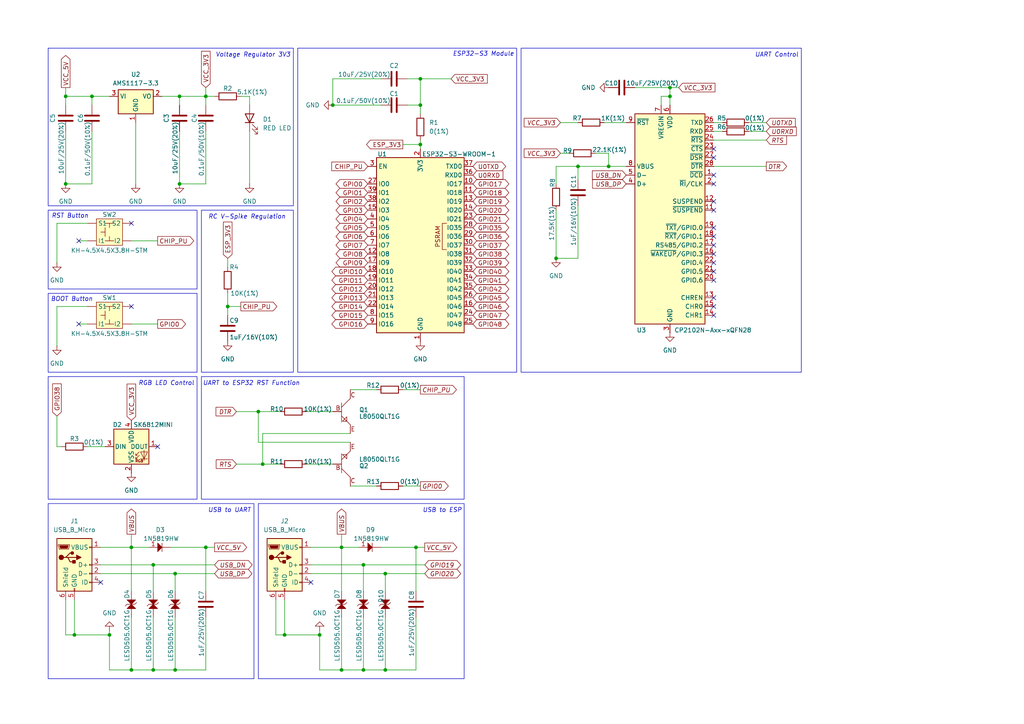
<source format=kicad_sch>
(kicad_sch (version 20231120) (generator "eeschema") (generator_version "8.0")
  (paper "A4")
  (lib_symbols
    (symbol "1N5819HW_2"
      (property "Reference" "D3" (at -1.778 3.81 0))
      (property "Value" "1N5819HW" (at -1.524 1.27 0))
      (symbol "1N5819HW_2_0_1"
        (polyline (pts (xy -1.27 0) (xy -1.27 -2.54)))
      )
      (symbol "1N5819HW_2_1_1"
        (polyline (pts (xy -1.27 -1.27) (xy -2.54 -2.54) (xy -2.54 0) (xy -1.27 -1.27)) (fill (type outline)))
        (pin passive line (at 1.27 -1.27 180) (length 2.54) (name "") (number ""))
        (pin passive line (at -5.08 -1.27 0) (length 2.54) (name "") (number "1"))
      )
    )
    (symbol "Connector:USB_B_Micro" (pin_names (offset 1.016))
      (property "Reference" "J" (at -5.08 11.43 0))
      (property "Value" "USB_B_Micro" (at -5.08 8.89 0))
      (symbol "USB_B_Micro_0_1"
        (rectangle (start -5.08 -7.62) (end 5.08 7.62) (stroke (width 0.254)) (fill (type background)))
        (circle (center -3.81 2.159) (radius 0.635) (stroke (width 0.254)) (fill (type outline)))
        (circle (center -0.635 3.429) (radius 0.381) (stroke (width 0.254)) (fill (type outline)))
        (rectangle (start -0.127 -7.62) (end 0.127 -6.858))
        (polyline (pts (xy -1.905 2.159) (xy 0.635 2.159)) (stroke (width 0.254)))
        (polyline (pts (xy -3.175 2.159) (xy -2.54 2.159) (xy -1.27 3.429) (xy -0.635 3.429)) (stroke (width 0.254)))
        (polyline (pts (xy -2.54 2.159) (xy -1.905 2.159) (xy -1.27 0.889) (xy 0 0.889)) (stroke (width 0.254)))
        (polyline (pts (xy 0.635 2.794) (xy 0.635 1.524) (xy 1.905 2.159) (xy 0.635 2.794)) (stroke (width 0.254)) (fill (type outline)))
        (polyline (pts (xy -4.318 5.588) (xy -1.778 5.588) (xy -2.032 4.826) (xy -4.064 4.826) (xy -4.318 5.588)) (fill (type outline)))
        (polyline (pts (xy -4.699 5.842) (xy -4.699 5.588) (xy -4.445 4.826) (xy -4.445 4.572) (xy -1.651 4.572) (xy -1.651 4.826) (xy -1.397 5.588) (xy -1.397 5.842) (xy -4.699 5.842)))
        (rectangle (start 0.254 1.27) (end -0.508 0.508) (stroke (width 0.254)) (fill (type outline)))
        (rectangle (start 5.08 -5.207) (end 4.318 -4.953))
        (rectangle (start 5.08 -2.667) (end 4.318 -2.413))
        (rectangle (start 5.08 -0.127) (end 4.318 0.127))
        (rectangle (start 5.08 4.953) (end 4.318 5.207))
      )
      (symbol "USB_B_Micro_1_1"
        (pin power_out line (at 7.62 5.08 180) (length 2.54) (name "VBUS") (number "1"))
        (pin bidirectional line (at 7.62 -2.54 180) (length 2.54) (name "D-") (number "2"))
        (pin bidirectional line (at 7.62 0 180) (length 2.54) (name "D+") (number "3"))
        (pin passive line (at 7.62 -5.08 180) (length 2.54) (name "ID") (number "4"))
        (pin power_out line (at 0 -10.16 90) (length 2.54) (name "GND") (number "5"))
        (pin passive line (at -2.54 -10.16 90) (length 2.54) (name "Shield") (number "6"))
      )
    )
    (symbol "Custom Symbols:KH-4.5X4.5X3.8H-STM"
      (property "Reference" "SW" (at 0 0 0))
      (symbol "KH-4.5X4.5X3.8H-STM_0_1"
        (polyline (pts (xy -1.27 -7.62) (xy 1.27 -7.62)))
        (polyline (pts (xy -1.27 -5.08) (xy -2.54 -5.08)))
        (polyline (pts (xy -1.27 -3.81) (xy -1.27 -6.35)))
        (polyline (pts (xy -1.27 -2.54) (xy 1.27 -2.54)))
        (polyline (pts (xy 0 -7.62) (xy 0 -6.35)))
        (polyline (pts (xy 0 -2.54) (xy 0 -3.81)))
      )
      (symbol "KH-4.5X4.5X3.8H-STM_1_1"
        (rectangle (start -3.81 -1.27) (end 3.81 -8.89) (fill (type background)))
        (pin bidirectional line (at -6.35 -7.62 0) (length 2.54) (name "I1") (number ""))
        (pin bidirectional line (at 6.35 -7.62 180) (length 2.54) (name "I2") (number ""))
        (pin bidirectional line (at -6.35 -2.54 0) (length 2.54) (name "S1") (number ""))
        (pin bidirectional line (at 6.35 -2.54 180) (length 2.54) (name "S2") (number ""))
      )
    )
    (symbol "Custom Symbols:L8050QLT1G"
      (property "Reference" "Q" (at -5.08 1.27 0))
      (property "Value" "L8050QLT1G" (at -6.35 -8.636 0))
      (symbol "L8050QLT1G_0_1"
        (polyline (pts (xy -2.54 -5.08) (xy 0 -7.62)))
        (polyline (pts (xy -2.54 -2.54) (xy 0 0)))
        (polyline (pts (xy -2.54 -1.27) (xy -2.54 -6.858)))
        (polyline (pts (xy -1.016 -6.604) (xy -2.286 -6.604) (xy -1.016 -5.334) (xy -1.016 -6.604)))
      )
      (symbol "L8050QLT1G_1_1"
        (text "B" (at -3.556 -2.794 0) (effects (font (size 1.27 1.27))))
        (text "C" (at 0.762 1.016 0) (effects (font (size 1.27 1.27))))
        (text "E" (at 0.762 -8.89 0) (effects (font (size 1.27 1.27))))
        (pin input line (at -5.08 -3.81 0) (length 2.54) (name "") (number ""))
        (pin output line (at 0 -10.16 90) (length 2.54) (name "") (number ""))
        (pin input line (at 0 2.54 270) (length 2.54) (name "") (number ""))
      )
    )
    (symbol "Custom Symbols:LESD5D5.0CT1G"
      (property "Reference" "D" (at 0 2.794 0))
      (property "Value" "LESD5D5.0CT1G" (at -0.254 -3.048 0))
      (symbol "LESD5D5.0CT1G_0_1"
        (polyline (pts (xy 0 0) (xy 0 -1.016) (xy 0.508 -1.524)))
        (polyline (pts (xy 0 0) (xy 0 1.27) (xy -0.508 1.778)))
      )
      (symbol "LESD5D5.0CT1G_1_1"
        (polyline (pts (xy 0 0) (xy -1.27 1.27) (xy -1.27 -1.27) (xy 0 0)) (fill (type outline)))
        (polyline (pts (xy 0 0) (xy 1.27 1.27) (xy 1.27 -1.27) (xy 0 0)) (fill (type outline)))
        (pin bidirectional line (at -3.81 0 0) (length 2.54) (name "") (number ""))
        (pin bidirectional line (at 3.81 0 180) (length 2.54) (name "") (number ""))
      )
    )
    (symbol "Device:C" (pin_numbers hide) (pin_names (offset 0.254))
      (property "Reference" "C" (at 0.635 2.54 0))
      (property "Value" "C" (at 0.635 -2.54 0))
      (symbol "C_0_1"
        (polyline (pts (xy -2.032 -0.762) (xy 2.032 -0.762)) (stroke (width 0.508)))
        (polyline (pts (xy -2.032 0.762) (xy 2.032 0.762)) (stroke (width 0.508)))
      )
      (symbol "C_1_1"
        (pin passive line (at 0 3.81 270) (length 2.794) (name "~") (number "1"))
        (pin passive line (at 0 -3.81 90) (length 2.794) (name "~") (number "2"))
      )
    )
    (symbol "Device:LED" (pin_numbers hide) (pin_names (offset 1.016) hide)
      (property "Reference" "D" (at 0 2.54 0))
      (property "Value" "LED" (at 0 -2.54 0))
      (symbol "LED_0_1"
        (polyline (pts (xy -1.27 -1.27) (xy -1.27 1.27)) (stroke (width 0.254)))
        (polyline (pts (xy -1.27 0) (xy 1.27 0)))
        (polyline (pts (xy 1.27 -1.27) (xy 1.27 1.27) (xy -1.27 0) (xy 1.27 -1.27)) (stroke (width 0.254)))
        (polyline (pts (xy -3.048 -0.762) (xy -4.572 -2.286) (xy -3.81 -2.286) (xy -4.572 -2.286) (xy -4.572 -1.524)))
        (polyline (pts (xy -1.778 -0.762) (xy -3.302 -2.286) (xy -2.54 -2.286) (xy -3.302 -2.286) (xy -3.302 -1.524)))
      )
      (symbol "LED_1_1"
        (pin passive line (at -3.81 0 0) (length 2.54) (name "K") (number "1"))
        (pin passive line (at 3.81 0 180) (length 2.54) (name "A") (number "2"))
      )
    )
    (symbol "Device:R" (pin_numbers hide) (pin_names (offset 0))
      (property "Reference" "R" (at 2.032 0 90))
      (property "Value" "R" (at 0 0 90))
      (symbol "R_0_1"
        (rectangle (start -1.016 -2.54) (end 1.016 2.54) (stroke (width 0.254)))
      )
      (symbol "R_1_1"
        (pin passive line (at 0 3.81 270) (length 1.27) (name "~") (number "1"))
        (pin passive line (at 0 -3.81 90) (length 1.27) (name "~") (number "2"))
      )
    )
    (symbol "Interface_USB:CP2102N-Axx-xQFN28"
      (property "Reference" "U" (at -8.89 31.75 0))
      (property "Value" "CP2102N-Axx-xQFN28" (at 12.7 31.75 0))
      (symbol "CP2102N-Axx-xQFN28_0_1"
        (rectangle (start -10.16 30.48) (end 10.16 -30.48) (stroke (width 0.254)) (fill (type background)))
      )
      (symbol "CP2102N-Axx-xQFN28_1_1"
        (pin input line (at 12.7 12.7 180) (length 2.54) (name "~{DCD}") (number "1"))
        (pin no_connect line (at -10.16 -27.94 0) (length 2.54) hide (name "NC") (number "10"))
        (pin output line (at 12.7 2.54 180) (length 2.54) (name "~{SUSPEND}") (number "11"))
        (pin output line (at 12.7 5.08 180) (length 2.54) (name "SUSPEND") (number "12"))
        (pin output line (at 12.7 -22.86 180) (length 2.54) (name "CHREN") (number "13"))
        (pin output line (at 12.7 -27.94 180) (length 2.54) (name "CHR1") (number "14"))
        (pin output line (at 12.7 -25.4 180) (length 2.54) (name "CHR0") (number "15"))
        (pin bidirectional line (at 12.7 -10.16 180) (length 2.54) (name "~{WAKEUP}/GPIO.3") (number "16"))
        (pin bidirectional line (at 12.7 -7.62 180) (length 2.54) (name "RS485/GPIO.2") (number "17"))
        (pin bidirectional line (at 12.7 -5.08 180) (length 2.54) (name "~{RXT}/GPIO.1") (number "18"))
        (pin bidirectional line (at 12.7 -2.54 180) (length 2.54) (name "~{TXT}/GPIO.0") (number "19"))
        (pin bidirectional line (at 12.7 10.16 180) (length 2.54) (name "~{RI}/CLK") (number "2"))
        (pin bidirectional line (at 12.7 -17.78 180) (length 2.54) (name "GPIO.6") (number "20"))
        (pin bidirectional line (at 12.7 -15.24 180) (length 2.54) (name "GPIO.5") (number "21"))
        (pin bidirectional line (at 12.7 -12.7 180) (length 2.54) (name "GPIO.4") (number "22"))
        (pin input line (at 12.7 20.32 180) (length 2.54) (name "~{CTS}") (number "23"))
        (pin output line (at 12.7 22.86 180) (length 2.54) (name "~{RTS}") (number "24"))
        (pin input line (at 12.7 25.4 180) (length 2.54) (name "RXD") (number "25"))
        (pin output line (at 12.7 27.94 180) (length 2.54) (name "TXD") (number "26"))
        (pin input line (at 12.7 17.78 180) (length 2.54) (name "~{DSR}") (number "27"))
        (pin output line (at 12.7 15.24 180) (length 2.54) (name "~{DTR}") (number "28"))
        (pin passive line (at 0 -33.02 90) (length 2.54) hide (name "GND") (number "29"))
        (pin power_in line (at 0 -33.02 90) (length 2.54) (name "GND") (number "3"))
        (pin bidirectional line (at -12.7 10.16 0) (length 2.54) (name "D+") (number "4"))
        (pin bidirectional line (at -12.7 12.7 0) (length 2.54) (name "D-") (number "5"))
        (pin power_in line (at 0 33.02 270) (length 2.54) (name "VDD") (number "6"))
        (pin power_in line (at -2.54 33.02 270) (length 2.54) (name "VREGIN") (number "7"))
        (pin input line (at -12.7 15.24 0) (length 2.54) (name "VBUS") (number "8"))
        (pin input line (at -12.7 27.94 0) (length 2.54) (name "~{RST}") (number "9"))
      )
    )
    (symbol "LED:SK6812MINI" (pin_names (offset 0.254))
      (property "Reference" "D" (at 5.08 5.715 0))
      (property "Value" "SK6812MINI" (at 1.27 -5.715 0))
      (symbol "SK6812MINI_0_0"
        (text "RGB" (at 2.286 -4.191 0) (effects (font (size 0.762 0.762))))
      )
      (symbol "SK6812MINI_0_1"
        (polyline (pts (xy 1.27 -3.556) (xy 1.778 -3.556)))
        (polyline (pts (xy 1.27 -2.54) (xy 1.778 -2.54)))
        (polyline (pts (xy 4.699 -3.556) (xy 2.667 -3.556)))
        (polyline (pts (xy 2.286 -2.54) (xy 1.27 -3.556) (xy 1.27 -3.048)))
        (polyline (pts (xy 2.286 -1.524) (xy 1.27 -2.54) (xy 1.27 -2.032)))
        (polyline (pts (xy 3.683 -1.016) (xy 3.683 -3.556) (xy 3.683 -4.064)))
        (polyline (pts (xy 4.699 -1.524) (xy 2.667 -1.524) (xy 3.683 -3.556) (xy 4.699 -1.524)))
        (rectangle (start 5.08 5.08) (end -5.08 -5.08) (stroke (width 0.254)) (fill (type background)))
      )
      (symbol "SK6812MINI_1_1"
        (pin output line (at 7.62 0 180) (length 2.54) (name "DOUT") (number "1"))
        (pin power_in line (at 0 -7.62 90) (length 2.54) (name "VSS") (number "2"))
        (pin input line (at -7.62 0 0) (length 2.54) (name "DIN") (number "3"))
        (pin power_in line (at 0 7.62 270) (length 2.54) (name "VDD") (number "4"))
      )
    )
    (symbol "RF_Module:ESP32-S3-WROOM-1"
      (property "Reference" "U" (at -12.7 26.67 0))
      (property "Value" "ESP32-S3-WROOM-1" (at 12.7 26.67 0))
      (symbol "ESP32-S3-WROOM-1_0_0"
        (rectangle (start -12.7 25.4) (end 12.7 -25.4) (stroke (width 0.254)) (fill (type background)))
        (text "PSRAM" (at 5.08 2.54 900) (effects (font (size 1.27 1.27))))
      )
      (symbol "ESP32-S3-WROOM-1_0_1"
        (polyline (pts (xy 7.62 -1.27) (xy 6.35 -1.27) (xy 6.35 6.35) (xy 7.62 6.35)))
      )
      (symbol "ESP32-S3-WROOM-1_1_1"
        (pin power_in line (at 0 -27.94 90) (length 2.54) (name "GND") (number "1"))
        (pin bidirectional line (at 15.24 17.78 180) (length 2.54) (name "IO17") (number "10"))
        (pin bidirectional line (at 15.24 15.24 180) (length 2.54) (name "IO18") (number "11"))
        (pin bidirectional line (at -15.24 -2.54 0) (length 2.54) (name "IO8") (number "12"))
        (pin bidirectional line (at 15.24 12.7 180) (length 2.54) (name "IO19") (number "13"))
        (pin bidirectional line (at 15.24 10.16 180) (length 2.54) (name "IO20") (number "14"))
        (pin bidirectional line (at -15.24 10.16 0) (length 2.54) (name "IO3") (number "15"))
        (pin bidirectional line (at 15.24 -17.78 180) (length 2.54) (name "IO46") (number "16"))
        (pin bidirectional line (at -15.24 -5.08 0) (length 2.54) (name "IO9") (number "17"))
        (pin bidirectional line (at -15.24 -7.62 0) (length 2.54) (name "IO10") (number "18"))
        (pin bidirectional line (at -15.24 -10.16 0) (length 2.54) (name "IO11") (number "19"))
        (pin power_in line (at 0 27.94 270) (length 2.54) (name "3V3") (number "2"))
        (pin bidirectional line (at -15.24 -12.7 0) (length 2.54) (name "IO12") (number "20"))
        (pin bidirectional line (at -15.24 -15.24 0) (length 2.54) (name "IO13") (number "21"))
        (pin bidirectional line (at -15.24 -17.78 0) (length 2.54) (name "IO14") (number "22"))
        (pin bidirectional line (at 15.24 7.62 180) (length 2.54) (name "IO21") (number "23"))
        (pin bidirectional line (at 15.24 -20.32 180) (length 2.54) (name "IO47") (number "24"))
        (pin bidirectional line (at 15.24 -22.86 180) (length 2.54) (name "IO48") (number "25"))
        (pin bidirectional line (at 15.24 -15.24 180) (length 2.54) (name "IO45") (number "26"))
        (pin bidirectional line (at -15.24 17.78 0) (length 2.54) (name "IO0") (number "27"))
        (pin bidirectional line (at 15.24 5.08 180) (length 2.54) (name "IO35") (number "28"))
        (pin bidirectional line (at 15.24 2.54 180) (length 2.54) (name "IO36") (number "29"))
        (pin input line (at -15.24 22.86 0) (length 2.54) (name "EN") (number "3"))
        (pin bidirectional line (at 15.24 0 180) (length 2.54) (name "IO37") (number "30"))
        (pin bidirectional line (at 15.24 -2.54 180) (length 2.54) (name "IO38") (number "31"))
        (pin bidirectional line (at 15.24 -5.08 180) (length 2.54) (name "IO39") (number "32"))
        (pin bidirectional line (at 15.24 -7.62 180) (length 2.54) (name "IO40") (number "33"))
        (pin bidirectional line (at 15.24 -10.16 180) (length 2.54) (name "IO41") (number "34"))
        (pin bidirectional line (at 15.24 -12.7 180) (length 2.54) (name "IO42") (number "35"))
        (pin bidirectional line (at 15.24 20.32 180) (length 2.54) (name "RXD0") (number "36"))
        (pin bidirectional line (at 15.24 22.86 180) (length 2.54) (name "TXD0") (number "37"))
        (pin bidirectional line (at -15.24 12.7 0) (length 2.54) (name "IO2") (number "38"))
        (pin bidirectional line (at -15.24 15.24 0) (length 2.54) (name "IO1") (number "39"))
        (pin bidirectional line (at -15.24 7.62 0) (length 2.54) (name "IO4") (number "4"))
        (pin passive line (at 0 -27.94 90) (length 2.54) hide (name "GND") (number "40"))
        (pin passive line (at 0 -27.94 90) (length 2.54) hide (name "GND") (number "41"))
        (pin bidirectional line (at -15.24 5.08 0) (length 2.54) (name "IO5") (number "5"))
        (pin bidirectional line (at -15.24 2.54 0) (length 2.54) (name "IO6") (number "6"))
        (pin bidirectional line (at -15.24 0 0) (length 2.54) (name "IO7") (number "7"))
        (pin bidirectional line (at -15.24 -20.32 0) (length 2.54) (name "IO15") (number "8"))
        (pin bidirectional line (at -15.24 -22.86 0) (length 2.54) (name "IO16") (number "9"))
      )
    )
    (symbol "Regulator_Linear:AMS1117-3.3"
      (property "Reference" "U" (at -3.81 3.175 0))
      (property "Value" "AMS1117-3.3" (at 0 3.175 0))
      (symbol "AMS1117-3.3_0_1"
        (rectangle (start -5.08 -5.08) (end 5.08 1.905) (stroke (width 0.254)) (fill (type background)))
      )
      (symbol "AMS1117-3.3_1_1"
        (pin power_in line (at 0 -7.62 90) (length 2.54) (name "GND") (number "1"))
        (pin power_out line (at 7.62 0 180) (length 2.54) (name "VO") (number "2"))
        (pin power_in line (at -7.62 0 0) (length 2.54) (name "VI") (number "3"))
      )
    )
    (symbol "power:GND" (power) (pin_numbers hide) (pin_names (offset 0) hide)
      (property "Value" "GND" (at 0 -3.81 0))
      (symbol "GND_0_1"
        (polyline (pts (xy 0 0) (xy 0 -1.27) (xy 1.27 -1.27) (xy 0 -2.54) (xy -1.27 -1.27) (xy 0 -1.27)))
      )
      (symbol "GND_1_1"
        (pin power_in line (at 0 0 270) (length 0) (name "~") (number "1"))
      )
    )
  )
  (junction (at 120.65 158.75))
  (junction (at 38.1 194.31))
  (junction (at 52.07 27.94))
  (junction (at 19.05 27.94))
  (junction (at 92.71 184.15))
  (junction (at 52.07 53.34))
  (junction (at 96.52 30.48))
  (junction (at 50.8 194.31))
  (junction (at 38.1 158.75))
  (junction (at 121.92 22.86))
  (junction (at 59.69 158.75))
  (junction (at 26.67 27.94))
  (junction (at 121.92 30.48))
  (junction (at 50.8 166.37))
  (junction (at 111.76 194.31))
  (junction (at 21.59 184.15))
  (junction (at 74.93 119.38))
  (junction (at 66.04 88.9))
  (junction (at 99.06 194.31))
  (junction (at 194.31 25.4))
  (junction (at 19.05 53.34))
  (junction (at 76.2 134.62))
  (junction (at 161.29 74.93))
  (junction (at 82.55 184.15))
  (junction (at 31.75 184.15))
  (junction (at 121.92 41.91))
  (junction (at 176.53 48.26))
  (junction (at 44.45 194.31))
  (junction (at 44.45 163.83))
  (junction (at 167.64 48.26))
  (junction (at 59.69 27.94))
  (junction (at 105.41 163.83))
  (junction (at 99.06 158.75))
  (junction (at 105.41 194.31))
  (junction (at 194.31 27.94))
  (junction (at 111.76 166.37))
  (no_connect (at 207.01 43.18))
  (no_connect (at 207.01 60.96))
  (no_connect (at 90.17 168.91))
  (no_connect (at 207.01 71.12))
  (no_connect (at 22.86 93.98))
  (no_connect (at 207.01 88.9))
  (no_connect (at 207.01 53.34))
  (no_connect (at 207.01 50.8))
  (no_connect (at 207.01 45.72))
  (no_connect (at 45.72 129.54))
  (no_connect (at 207.01 81.28))
  (no_connect (at 207.01 76.2))
  (no_connect (at 207.01 66.04))
  (no_connect (at 29.21 168.91))
  (no_connect (at 38.1 88.9))
  (no_connect (at 207.01 78.74))
  (no_connect (at 207.01 73.66))
  (no_connect (at 207.01 58.42))
  (no_connect (at 207.01 68.58))
  (no_connect (at 207.01 91.44))
  (no_connect (at 207.01 86.36))
  (no_connect (at 22.86 69.85))
  (no_connect (at 38.1 64.77))
  (wire (pts (xy 105.41 179.07) (xy 105.41 194.31)))
  (wire (pts (xy 181.61 48.26) (xy 176.53 48.26)))
  (wire (pts (xy 52.07 27.94) (xy 59.69 27.94)))
  (wire (pts (xy 162.56 44.45) (xy 165.1 44.45)))
  (wire (pts (xy 59.69 25.4) (xy 59.69 27.94)))
  (wire (pts (xy 22.86 69.85) (xy 25.4 69.85)))
  (wire (pts (xy 92.71 184.15) (xy 92.71 182.88)))
  (wire (pts (xy 121.92 41.91) (xy 121.92 43.18)))
  (wire (pts (xy 21.59 184.15) (xy 31.75 184.15)))
  (wire (pts (xy 38.1 194.31) (xy 44.45 194.31)))
  (wire (pts (xy 90.17 158.75) (xy 99.06 158.75)))
  (wire (pts (xy 99.06 154.94) (xy 99.06 158.75)))
  (wire (pts (xy 217.17 35.56) (xy 222.25 35.56)))
  (wire (pts (xy 82.55 173.99) (xy 82.55 184.15)))
  (wire (pts (xy 96.52 22.86) (xy 96.52 30.48)))
  (wire (pts (xy 66.04 85.09) (xy 66.04 88.9)))
  (wire (pts (xy 72.39 38.1) (xy 72.39 53.34)))
  (wire (pts (xy 194.31 27.94) (xy 194.31 25.4)))
  (wire (pts (xy 44.45 179.07) (xy 44.45 194.31)))
  (wire (pts (xy 80.01 173.99) (xy 80.01 184.15)))
  (wire (pts (xy 111.76 179.07) (xy 111.76 194.31)))
  (wire (pts (xy 19.05 25.4) (xy 19.05 27.94)))
  (wire (pts (xy 26.67 27.94) (xy 31.75 27.94)))
  (wire (pts (xy 99.06 194.31) (xy 105.41 194.31)))
  (wire (pts (xy 38.1 154.94) (xy 38.1 158.75)))
  (wire (pts (xy 26.67 53.34) (xy 19.05 53.34)))
  (wire (pts (xy 101.6 128.27) (xy 74.93 128.27)))
  (wire (pts (xy 191.77 27.94) (xy 194.31 27.94)))
  (wire (pts (xy 207.01 48.26) (xy 222.25 48.26)))
  (wire (pts (xy 167.64 74.93) (xy 161.29 74.93)))
  (wire (pts (xy 116.84 41.91) (xy 121.92 41.91)))
  (wire (pts (xy 19.05 173.99) (xy 19.05 184.15)))
  (wire (pts (xy 52.07 38.1) (xy 52.07 53.34)))
  (wire (pts (xy 92.71 194.31) (xy 92.71 184.15)))
  (wire (pts (xy 16.51 64.77) (xy 16.51 76.2)))
  (wire (pts (xy 19.05 184.15) (xy 21.59 184.15)))
  (wire (pts (xy 19.05 30.48) (xy 19.05 27.94)))
  (wire (pts (xy 110.49 158.75) (xy 120.65 158.75)))
  (wire (pts (xy 66.04 74.93) (xy 66.04 77.47)))
  (wire (pts (xy 39.37 53.34) (xy 39.37 35.56)))
  (wire (pts (xy 111.76 166.37) (xy 123.19 166.37)))
  (wire (pts (xy 25.4 88.9) (xy 16.51 88.9)))
  (wire (pts (xy 175.26 35.56) (xy 181.61 35.56)))
  (wire (pts (xy 50.8 166.37) (xy 50.8 171.45)))
  (wire (pts (xy 26.67 38.1) (xy 26.67 53.34)))
  (wire (pts (xy 38.1 158.75) (xy 43.18 158.75)))
  (wire (pts (xy 74.93 128.27) (xy 74.93 119.38)))
  (wire (pts (xy 90.17 163.83) (xy 105.41 163.83)))
  (wire (pts (xy 16.51 129.54) (xy 17.78 129.54)))
  (wire (pts (xy 105.41 163.83) (xy 105.41 171.45)))
  (wire (pts (xy 69.85 27.94) (xy 72.39 27.94)))
  (wire (pts (xy 59.69 158.75) (xy 59.69 171.45)))
  (wire (pts (xy 66.04 88.9) (xy 69.85 88.9)))
  (wire (pts (xy 207.01 38.1) (xy 209.55 38.1)))
  (wire (pts (xy 99.06 194.31) (xy 92.71 194.31)))
  (wire (pts (xy 50.8 166.37) (xy 62.23 166.37)))
  (wire (pts (xy 16.51 88.9) (xy 16.51 100.33)))
  (wire (pts (xy 25.4 64.77) (xy 16.51 64.77)))
  (wire (pts (xy 191.77 30.48) (xy 191.77 27.94)))
  (wire (pts (xy 44.45 163.83) (xy 44.45 171.45)))
  (wire (pts (xy 90.17 166.37) (xy 111.76 166.37)))
  (wire (pts (xy 176.53 48.26) (xy 167.64 48.26)))
  (wire (pts (xy 44.45 194.31) (xy 50.8 194.31)))
  (wire (pts (xy 118.11 22.86) (xy 121.92 22.86)))
  (wire (pts (xy 121.92 30.48) (xy 121.92 33.02)))
  (wire (pts (xy 99.06 158.75) (xy 99.06 171.45)))
  (wire (pts (xy 19.05 27.94) (xy 26.67 27.94)))
  (wire (pts (xy 22.86 93.98) (xy 25.4 93.98)))
  (wire (pts (xy 162.56 35.56) (xy 167.64 35.56)))
  (wire (pts (xy 31.75 194.31) (xy 31.75 184.15)))
  (wire (pts (xy 105.41 194.31) (xy 111.76 194.31)))
  (wire (pts (xy 80.01 184.15) (xy 82.55 184.15)))
  (wire (pts (xy 76.2 134.62) (xy 81.28 134.62)))
  (wire (pts (xy 38.1 158.75) (xy 38.1 171.45)))
  (wire (pts (xy 59.69 53.34) (xy 52.07 53.34)))
  (wire (pts (xy 74.93 119.38) (xy 81.28 119.38)))
  (wire (pts (xy 118.11 30.48) (xy 121.92 30.48)))
  (wire (pts (xy 50.8 194.31) (xy 59.69 194.31)))
  (wire (pts (xy 38.1 179.07) (xy 38.1 194.31)))
  (wire (pts (xy 99.06 158.75) (xy 104.14 158.75)))
  (wire (pts (xy 172.72 44.45) (xy 176.53 44.45)))
  (wire (pts (xy 120.65 158.75) (xy 120.65 171.45)))
  (wire (pts (xy 96.52 30.48) (xy 110.49 30.48)))
  (wire (pts (xy 68.58 134.62) (xy 76.2 134.62)))
  (wire (pts (xy 105.41 163.83) (xy 123.19 163.83)))
  (wire (pts (xy 101.6 113.03) (xy 109.22 113.03)))
  (wire (pts (xy 101.6 140.97) (xy 109.22 140.97)))
  (wire (pts (xy 194.31 25.4) (xy 196.85 25.4)))
  (wire (pts (xy 110.49 22.86) (xy 96.52 22.86)))
  (wire (pts (xy 99.06 179.07) (xy 99.06 194.31)))
  (wire (pts (xy 184.15 25.4) (xy 194.31 25.4)))
  (wire (pts (xy 19.05 38.1) (xy 19.05 53.34)))
  (wire (pts (xy 59.69 38.1) (xy 59.69 53.34)))
  (wire (pts (xy 49.53 158.75) (xy 59.69 158.75)))
  (wire (pts (xy 26.67 27.94) (xy 26.67 30.48)))
  (wire (pts (xy 111.76 166.37) (xy 111.76 171.45)))
  (wire (pts (xy 82.55 184.15) (xy 92.71 184.15)))
  (wire (pts (xy 44.45 163.83) (xy 62.23 163.83)))
  (wire (pts (xy 31.75 184.15) (xy 31.75 182.88)))
  (wire (pts (xy 68.58 119.38) (xy 74.93 119.38)))
  (wire (pts (xy 167.64 48.26) (xy 167.64 52.07)))
  (wire (pts (xy 21.59 173.99) (xy 21.59 184.15)))
  (wire (pts (xy 16.51 120.65) (xy 16.51 129.54)))
  (wire (pts (xy 38.1 93.98) (xy 45.72 93.98)))
  (wire (pts (xy 120.65 179.07) (xy 120.65 194.31)))
  (wire (pts (xy 111.76 194.31) (xy 120.65 194.31)))
  (wire (pts (xy 29.21 158.75) (xy 38.1 158.75)))
  (wire (pts (xy 66.04 88.9) (xy 66.04 91.44)))
  (wire (pts (xy 121.92 22.86) (xy 130.81 22.86)))
  (wire (pts (xy 116.84 113.03) (xy 121.92 113.03)))
  (wire (pts (xy 176.53 44.45) (xy 176.53 48.26)))
  (wire (pts (xy 167.64 59.69) (xy 167.64 74.93)))
  (wire (pts (xy 207.01 35.56) (xy 209.55 35.56)))
  (wire (pts (xy 121.92 22.86) (xy 121.92 30.48)))
  (wire (pts (xy 88.9 134.62) (xy 96.52 134.62)))
  (wire (pts (xy 29.21 163.83) (xy 44.45 163.83)))
  (wire (pts (xy 59.69 27.94) (xy 62.23 27.94)))
  (wire (pts (xy 101.6 125.73) (xy 76.2 125.73)))
  (wire (pts (xy 59.69 179.07) (xy 59.69 194.31)))
  (wire (pts (xy 52.07 27.94) (xy 52.07 30.48)))
  (wire (pts (xy 72.39 27.94) (xy 72.39 30.48)))
  (wire (pts (xy 88.9 119.38) (xy 96.52 119.38)))
  (wire (pts (xy 46.99 27.94) (xy 52.07 27.94)))
  (wire (pts (xy 207.01 40.64) (xy 222.25 40.64)))
  (wire (pts (xy 161.29 48.26) (xy 161.29 53.34)))
  (wire (pts (xy 217.17 38.1) (xy 222.25 38.1)))
  (wire (pts (xy 38.1 194.31) (xy 31.75 194.31)))
  (wire (pts (xy 120.65 158.75) (xy 123.19 158.75)))
  (wire (pts (xy 38.1 69.85) (xy 45.72 69.85)))
  (wire (pts (xy 121.92 40.64) (xy 121.92 41.91)))
  (wire (pts (xy 59.69 158.75) (xy 62.23 158.75)))
  (wire (pts (xy 161.29 60.96) (xy 161.29 74.93)))
  (wire (pts (xy 194.31 30.48) (xy 194.31 27.94)))
  (wire (pts (xy 76.2 125.73) (xy 76.2 134.62)))
  (wire (pts (xy 29.21 166.37) (xy 50.8 166.37)))
  (wire (pts (xy 59.69 27.94) (xy 59.69 30.48)))
  (wire (pts (xy 50.8 179.07) (xy 50.8 194.31)))
  (wire (pts (xy 116.84 140.97) (xy 121.92 140.97)))
  (wire (pts (xy 25.4 129.54) (xy 30.48 129.54)))
  (wire (pts (xy 167.64 48.26) (xy 161.29 48.26)))
  (rectangle (start 58.42 109.22) (end 134.62 144.78))
  (rectangle (start 13.97 13.97) (end 85.09 59.69))
  (rectangle (start 151.13 13.97) (end 232.41 107.95))
  (rectangle (start 13.97 109.22) (end 57.15 144.78))
  (rectangle (start 13.97 60.96) (end 57.15 83.82))
  (rectangle (start 13.97 85.09) (end 57.15 107.95))
  (rectangle (start 58.42 60.96) (end 85.09 107.95))
  (rectangle (start 74.93 146.05) (end 134.62 196.85))
  (rectangle (start 13.97 146.05) (end 73.66 196.85))
  (rectangle (start 86.36 13.97) (end 149.86 107.95))
  (text "RST Button\n\n" (at 20.32 63.754 0) (effects (font (size 1.27 1.27) (italic yes))))
  (text "Voltage Regulator 3V3" (at 73.406 16.002 0) (effects (font (size 1.27 1.27) (italic yes))))
  (text "UART to ESP32 RST Function" (at 72.898 111.252 0) (effects (font (size 1.27 1.27) (italic yes))))
  (text "USB to UART" (at 66.548 148.082 0) (effects (font (size 1.27 1.27) (italic yes))))
  (text "UART Control" (at 225.298 16.002 0) (effects (font (size 1.27 1.27) (italic yes))))
  (text "RGB LED Control" (at 48.26 111.252 0) (effects (font (size 1.27 1.27) (italic yes))))
  (text "RC V-Spike Regulation" (at 71.628 62.992 0) (effects (font (size 1.27 1.27) (italic yes))))
  (text "ESP32-S3 Module" (at 140.208 15.748 0) (effects (font (size 1.27 1.27) (italic yes))))
  (text "USB to ESP" (at 128.27 148.082 0) (effects (font (size 1.27 1.27) (italic yes))))
  (text "BOOT Button\n\n" (at 20.828 87.884 0) (effects (font (size 1.27 1.27) (italic yes))))
  (global_label "GPIO0" (shape output) (at 121.92 140.97 0) (effects (font (italic yes))) (property "Intersheetrefs" "${INTERSHEET_REFS}" (effects (hide yes))))
  (global_label "VCC_5V" (shape output) (at 62.23 158.75 0) (effects (font (italic yes))) (property "Intersheetrefs" "${INTERSHEET_REFS}" (effects (hide yes))))
  (global_label "GPIO39" (shape bidirectional) (at 137.16 76.2 0) (property "Intersheetrefs" "${INTERSHEET_REFS}" (effects (hide yes))))
  (global_label "CHIP_PU" (shape output) (at 121.92 113.03 0) (effects (font (italic yes))) (property "Intersheetrefs" "${INTERSHEET_REFS}" (effects (hide yes))))
  (global_label "CHIP_PU" (shape output) (at 45.72 69.85 0) (property "Intersheetrefs" "${INTERSHEET_REFS}" (effects (hide yes))))
  (global_label "GPIO45" (shape bidirectional) (at 137.16 86.36 0) (property "Intersheetrefs" "${INTERSHEET_REFS}" (effects (hide yes))))
  (global_label "GPIO6" (shape bidirectional) (at 106.68 68.58 180) (property "Intersheetrefs" "${INTERSHEET_REFS}" (effects (hide yes))))
  (global_label "GPIO20" (shape bidirectional) (at 137.16 60.96 0) (property "Intersheetrefs" "${INTERSHEET_REFS}" (effects (hide yes))))
  (global_label "GPIO16" (shape bidirectional) (at 106.68 93.98 180) (property "Intersheetrefs" "${INTERSHEET_REFS}" (effects (hide yes))))
  (global_label "ESP_3V3" (shape input) (at 66.04 74.93 90) (property "Intersheetrefs" "${INTERSHEET_REFS}" (effects (hide yes))))
  (global_label "DTR" (shape output) (at 222.25 48.26 0) (effects (font (italic yes))) (property "Intersheetrefs" "${INTERSHEET_REFS}" (effects (hide yes))))
  (global_label "USB_DP" (shape bidirectional) (at 62.23 166.37 0) (effects (font (italic yes))) (property "Intersheetrefs" "${INTERSHEET_REFS}" (effects (hide yes))))
  (global_label "GPIO12" (shape bidirectional) (at 106.68 83.82 180) (property "Intersheetrefs" "${INTERSHEET_REFS}" (effects (hide yes))))
  (global_label "VCC_3V3" (shape input) (at 162.56 44.45 180) (effects (font (italic yes))) (property "Intersheetrefs" "${INTERSHEET_REFS}" (effects (hide yes))))
  (global_label "U0RXD" (shape input) (at 137.16 50.8 0) (property "Intersheetrefs" "${INTERSHEET_REFS}" (effects (hide yes))))
  (global_label "GPIO2" (shape bidirectional) (at 106.68 58.42 180) (property "Intersheetrefs" "${INTERSHEET_REFS}" (effects (hide yes))))
  (global_label "U0TXD" (shape input) (at 222.25 35.56 0) (effects (font (italic yes))) (property "Intersheetrefs" "${INTERSHEET_REFS}" (effects (hide yes))))
  (global_label "GPIO38" (shape input) (at 16.51 120.65 90) (property "Intersheetrefs" "${INTERSHEET_REFS}" (effects (hide yes))))
  (global_label "GPIO40" (shape bidirectional) (at 137.16 78.74 0) (property "Intersheetrefs" "${INTERSHEET_REFS}" (effects (hide yes))))
  (global_label "GPIO19" (shape bidirectional) (at 123.19 163.83 0) (effects (font (italic yes))) (property "Intersheetrefs" "${INTERSHEET_REFS}" (effects (hide yes))))
  (global_label "GPIO14" (shape bidirectional) (at 106.68 88.9 180) (property "Intersheetrefs" "${INTERSHEET_REFS}" (effects (hide yes))))
  (global_label "GPIO38" (shape bidirectional) (at 137.16 73.66 0) (property "Intersheetrefs" "${INTERSHEET_REFS}" (effects (hide yes))))
  (global_label "GPIO47" (shape bidirectional) (at 137.16 91.44 0) (property "Intersheetrefs" "${INTERSHEET_REFS}" (effects (hide yes))))
  (global_label "VBUS" (shape output) (at 99.06 154.94 90) (effects (font (italic yes))) (property "Intersheetrefs" "${INTERSHEET_REFS}" (effects (hide yes))))
  (global_label "CHIP_PU" (shape output) (at 69.85 88.9 0) (property "Intersheetrefs" "${INTERSHEET_REFS}" (effects (hide yes))))
  (global_label "USB_DN" (shape bidirectional) (at 62.23 163.83 0) (effects (font (italic yes))) (property "Intersheetrefs" "${INTERSHEET_REFS}" (effects (hide yes))))
  (global_label "U0RXD" (shape input) (at 222.25 38.1 0) (effects (font (italic yes))) (property "Intersheetrefs" "${INTERSHEET_REFS}" (effects (hide yes))))
  (global_label "GPIO35" (shape bidirectional) (at 137.16 66.04 0) (property "Intersheetrefs" "${INTERSHEET_REFS}" (effects (hide yes))))
  (global_label "RTS" (shape input) (at 68.58 134.62 180) (effects (font (italic yes))) (property "Intersheetrefs" "${INTERSHEET_REFS}" (effects (hide yes))))
  (global_label "GPIO48" (shape bidirectional) (at 137.16 93.98 0) (property "Intersheetrefs" "${INTERSHEET_REFS}" (effects (hide yes))))
  (global_label "GPIO7" (shape bidirectional) (at 106.68 71.12 180) (property "Intersheetrefs" "${INTERSHEET_REFS}" (effects (hide yes))))
  (global_label "GPIO21" (shape bidirectional) (at 137.16 63.5 0) (property "Intersheetrefs" "${INTERSHEET_REFS}" (effects (hide yes))))
  (global_label "GPIO9" (shape bidirectional) (at 106.68 76.2 180) (property "Intersheetrefs" "${INTERSHEET_REFS}" (effects (hide yes))))
  (global_label "GPIO5" (shape bidirectional) (at 106.68 66.04 180) (property "Intersheetrefs" "${INTERSHEET_REFS}" (effects (hide yes))))
  (global_label "RTS" (shape input) (at 222.25 40.64 0) (effects (font (italic yes))) (property "Intersheetrefs" "${INTERSHEET_REFS}" (effects (hide yes))))
  (global_label "GPIO15" (shape bidirectional) (at 106.68 91.44 180) (property "Intersheetrefs" "${INTERSHEET_REFS}" (effects (hide yes))))
  (global_label "GPIO0" (shape bidirectional) (at 106.68 53.34 180) (property "Intersheetrefs" "${INTERSHEET_REFS}" (effects (hide yes))))
  (global_label "VCC_3V3" (shape input) (at 196.85 25.4 0) (effects (font (italic yes))) (property "Intersheetrefs" "${INTERSHEET_REFS}" (effects (hide yes))))
  (global_label "VCC_3V3" (shape input) (at 59.69 25.4 90) (property "Intersheetrefs" "${INTERSHEET_REFS}" (effects (hide yes))))
  (global_label "GPIO37" (shape bidirectional) (at 137.16 71.12 0) (property "Intersheetrefs" "${INTERSHEET_REFS}" (effects (hide yes))))
  (global_label "USB_DN" (shape input) (at 181.61 50.8 180) (effects (font (italic yes))) (property "Intersheetrefs" "${INTERSHEET_REFS}" (effects (hide yes))))
  (global_label "VBUS" (shape output) (at 38.1 154.94 90) (effects (font (italic yes))) (property "Intersheetrefs" "${INTERSHEET_REFS}" (effects (hide yes))))
  (global_label "GPIO18" (shape bidirectional) (at 137.16 55.88 0) (property "Intersheetrefs" "${INTERSHEET_REFS}" (effects (hide yes))))
  (global_label "USB_DP" (shape input) (at 181.61 53.34 180) (effects (font (italic yes))) (property "Intersheetrefs" "${INTERSHEET_REFS}" (effects (hide yes))))
  (global_label "ESP_3V3" (shape output) (at 116.84 41.91 180) (property "Intersheetrefs" "${INTERSHEET_REFS}" (effects (hide yes))))
  (global_label "GPIO41" (shape bidirectional) (at 137.16 81.28 0) (property "Intersheetrefs" "${INTERSHEET_REFS}" (effects (hide yes))))
  (global_label "GPIO8" (shape bidirectional) (at 106.68 73.66 180) (property "Intersheetrefs" "${INTERSHEET_REFS}" (effects (hide yes))))
  (global_label "GPIO46" (shape bidirectional) (at 137.16 88.9 0) (property "Intersheetrefs" "${INTERSHEET_REFS}" (effects (hide yes))))
  (global_label "GPIO4" (shape bidirectional) (at 106.68 63.5 180) (property "Intersheetrefs" "${INTERSHEET_REFS}" (effects (hide yes))))
  (global_label "GPIO3" (shape bidirectional) (at 106.68 60.96 180) (property "Intersheetrefs" "${INTERSHEET_REFS}" (effects (hide yes))))
  (global_label "GPIO36" (shape bidirectional) (at 137.16 68.58 0) (property "Intersheetrefs" "${INTERSHEET_REFS}" (effects (hide yes))))
  (global_label "VCC_5V" (shape output) (at 19.05 25.4 90) (property "Intersheetrefs" "${INTERSHEET_REFS}" (effects (hide yes))))
  (global_label "U0TXD" (shape bidirectional) (at 137.16 48.26 0) (property "Intersheetrefs" "${INTERSHEET_REFS}" (effects (hide yes))))
  (global_label "GPIO13" (shape bidirectional) (at 106.68 86.36 180) (property "Intersheetrefs" "${INTERSHEET_REFS}" (effects (hide yes))))
  (global_label "VCC_3V3" (shape input) (at 38.1 121.92 90) (property "Intersheetrefs" "${INTERSHEET_REFS}" (effects (hide yes))))
  (global_label "GPIO20" (shape bidirectional) (at 123.19 166.37 0) (effects (font (italic yes))) (property "Intersheetrefs" "${INTERSHEET_REFS}" (effects (hide yes))))
  (global_label "VCC_3V3" (shape input) (at 162.56 35.56 180) (effects (font (italic yes))) (property "Intersheetrefs" "${INTERSHEET_REFS}" (effects (hide yes))))
  (global_label "CHIP_PU" (shape input) (at 106.68 48.26 180) (property "Intersheetrefs" "${INTERSHEET_REFS}" (effects (hide yes))))
  (global_label "GPIO11" (shape bidirectional) (at 106.68 81.28 180) (property "Intersheetrefs" "${INTERSHEET_REFS}" (effects (hide yes))))
  (global_label "GPIO42" (shape bidirectional) (at 137.16 83.82 0) (property "Intersheetrefs" "${INTERSHEET_REFS}" (effects (hide yes))))
  (global_label "VCC_5V" (shape output) (at 123.19 158.75 0) (effects (font (italic yes))) (property "Intersheetrefs" "${INTERSHEET_REFS}" (effects (hide yes))))
  (global_label "GPIO17" (shape bidirectional) (at 137.16 53.34 0) (property "Intersheetrefs" "${INTERSHEET_REFS}" (effects (hide yes))))
  (global_label "GPIO19" (shape bidirectional) (at 137.16 58.42 0) (property "Intersheetrefs" "${INTERSHEET_REFS}" (effects (hide yes))))
  (global_label "GPIO10" (shape bidirectional) (at 106.68 78.74 180) (property "Intersheetrefs" "${INTERSHEET_REFS}" (effects (hide yes))))
  (global_label "DTR" (shape input) (at 68.58 119.38 180) (effects (font (italic yes))) (property "Intersheetrefs" "${INTERSHEET_REFS}" (effects (hide yes))))
  (global_label "GPIO1" (shape bidirectional) (at 106.68 55.88 180) (property "Intersheetrefs" "${INTERSHEET_REFS}" (effects (hide yes))))
  (global_label "VCC_3V3" (shape input) (at 130.81 22.86 0) (property "Intersheetrefs" "${INTERSHEET_REFS}" (effects (hide yes))))
  (global_label "GPIO0" (shape output) (at 45.72 93.98 0) (property "Intersheetrefs" "${INTERSHEET_REFS}" (effects (hide yes))))
  (symbol (lib_id "power:GND") (at 16.51 76.2 0) (unit 1)
    (property "Reference" "#PWR09" (effects (hide yes)))
    (property "Value" "GND" (at 16.51 81.28 0))
    (property "Description" "Power symbol creates a global label with name \"GND\" , ground" (effects (hide yes)))
  )
  (symbol (lib_id "power:GND") (at 39.37 53.34 0) (unit 1)
    (property "Reference" "#PWR03" (effects (hide yes)))
    (property "Value" "GND" (at 39.37 58.42 0))
    (property "Description" "Power symbol creates a global label with name \"GND\" , ground" (effects (hide yes)))
  )
  (symbol (lib_id "Device:R") (at 161.29 57.15 180) (unit 1)
    (property "Reference" "R8" (at 160.274 54.356 90) (effects (justify right)))
    (property "Value" "17.5K(1%)" (at 160.02 69.85 90) (effects (justify right)))
    (property "Footprint" "Resistor_SMD:R_0603_1608Metric" (effects (hide yes)))
    (property "Description" "Resistor" (effects (hide yes)))
  )
  (symbol (lib_id "power:GND") (at 121.92 99.06 0) (unit 1)
    (property "Reference" "#PWR01" (effects (hide yes)))
    (property "Value" "GND" (at 121.92 104.14 0))
    (property "Description" "Power symbol creates a global label with name \"GND\" , ground" (effects (hide yes)))
  )
  (symbol (lib_id "Device:R") (at 168.91 44.45 90) (unit 1)
    (property "Reference" "R9" (at 164.592 43.688 90))
    (property "Value" "22.1K(1%)" (at 176.784 43.434 90))
    (property "Footprint" "Resistor_SMD:R_0603_1608Metric" (effects (hide yes)))
    (property "Description" "Resistor" (effects (hide yes)))
  )
  (symbol (lib_id "Device:C") (at 167.64 55.88 0) (unit 1)
    (property "Reference" "C11" (at 166.37 54.61 90) (effects (justify left)))
    (property "Value" "1uF/16V(10%)" (at 166.37 71.374 90) (effects (justify left)))
    (property "Footprint" "Capacitor_SMD:C_0603_1608Metric" (effects (hide yes)))
    (property "Description" "Unpolarized capacitor" (effects (hide yes)))
  )
  (symbol (lib_id "Device:R") (at 171.45 35.56 90) (unit 1)
    (property "Reference" "R7" (at 167.386 34.29 90))
    (property "Value" "1K(1%)" (at 177.8 34.29 90))
    (property "Footprint" "Resistor_SMD:R_0603_1608Metric" (effects (hide yes)))
    (property "Description" "Resistor" (effects (hide yes)))
  )
  (symbol (lib_id "power:GND") (at 92.71 182.88 180) (unit 1)
    (property "Reference" "#PWR014" (effects (hide yes)))
    (property "Value" "GND" (at 92.71 177.8 0))
    (property "Description" "Power symbol creates a global label with name \"GND\" , ground" (effects (hide yes)))
  )
  (symbol (lib_id "Connector:USB_B_Micro") (at 21.59 163.83 0) (unit 1)
    (property "Reference" "J1" (at 21.59 151.13 0))
    (property "Value" "USB_B_Micro" (at 21.59 153.67 0))
    (property "Footprint" "Connector_USB:USB_Micro-B_Amphenol_10118193-0001LF_Horizontal" (effects (hide yes)))
    (property "Description" "USB Micro Type B connector" (effects (hide yes)))
  )
  (symbol (lib_name "1N5819HW_2") (lib_id "Custom Symbols:1N5819HW") (at 48.26 157.48 0) (unit 1)
    (property "Reference" "D3" (at 46.482 153.67 0))
    (property "Value" "1N5819HW" (at 46.736 156.21 0))
    (property "Footprint" "Custom_Footprints:1N5819HW" (effects (hide yes)))
    (property "Description" "40V 450mV@1A 1A SOD-123 Schottky Diodes ROHS" (effects (hide yes)))
  )
  (symbol (lib_name "Custom Symbols:LESD5D5.0CT1G") (lib_id "Custom Symbols:LESD5D5.0CT1G") (at 44.45 175.26 90) (unit 1)
    (property "Reference" "D5" (at 43.18 170.942 0) (effects (justify right)))
    (property "Value" "LESD5D5.0CT1G" (at 43.18 176.784 0) (effects (justify right)))
    (property "Footprint" "Custom_Footprints:LRC LESD5D5.0CT1G" (effects (hide yes)))
  )
  (symbol (lib_id "Device:R") (at 21.59 129.54 90) (unit 1)
    (property "Reference" "R3" (at 21.59 127.254 90))
    (property "Value" "0(1%)" (at 27.178 128.27 90))
    (property "Footprint" "Resistor_SMD:R_0603_1608Metric" (effects (hide yes)))
    (property "Description" "Resistor" (effects (hide yes)))
  )
  (symbol (lib_id "Device:C") (at 66.04 95.25 0) (unit 1)
    (property "Reference" "C9" (at 66.548 92.964 0) (effects (justify left)))
    (property "Value" "1uF/16V(10%)" (at 66.548 97.79 0) (effects (justify left)))
    (property "Footprint" "Capacitor_SMD:C_0603_1608Metric" (effects (hide yes)))
    (property "Description" "Unpolarized capacitor" (effects (hide yes)))
  )
  (symbol (lib_id "power:GND") (at 161.29 74.93 0) (unit 1)
    (property "Reference" "#PWR015" (effects (hide yes)))
    (property "Value" "GND" (at 161.29 80.01 0))
    (property "Description" "Power symbol creates a global label with name \"GND\" , ground" (effects (hide yes)))
  )
  (symbol (lib_id "LED:SK6812MINI") (at 38.1 129.54 0) (unit 1)
    (property "Reference" "D2" (at 34.036 123.19 0))
    (property "Value" "SK6812MINI" (at 44.45 123.19 0))
    (property "Footprint" "LED_SMD:LED_SK6812MINI_PLCC4_3.5x3.5mm_P1.75mm" (effects (hide yes)))
    (property "Datasheet" "https://cdn-shop.adafruit.com/product-files/2686/SK6812MINI_REV.01-1-2.pdf" (effects (hide yes)))
    (property "Description" "RGB LED with integrated controller" (effects (hide yes)))
  )
  (symbol (lib_id "Device:C") (at 19.05 34.29 180) (unit 1)
    (property "Reference" "C5" (at 15.24 34.29 90))
    (property "Value" "10uF/25V(20%)" (at 17.78 42.926 90))
    (property "Footprint" "Capacitor_SMD:C_0603_1608Metric" (effects (hide yes)))
    (property "Description" "Unpolarized capacitor" (effects (hide yes)))
  )
  (symbol (lib_name "Custom Symbols:L8050QLT1G") (lib_id "Custom Symbols:L8050QLT1G") (at 101.6 138.43 0) (mirror x) (unit 1)
    (property "Reference" "Q2" (at 104.14 135.1281 0) (effects (justify left)))
    (property "Value" "L8050QLT1G" (at 104.14 133.223 0) (effects (justify left)))
    (property "Footprint" "Custom_Footprints:L8050QLT1G" (effects (hide yes)))
    (property "Description" "25V 225mW 100@100mA,1V 800mA NPN SOT-23 Bipolar (BJT) ROHS" (effects (hide yes)))
  )
  (symbol (lib_id "Device:R") (at 213.36 38.1 90) (unit 1)
    (property "Reference" "R6" (at 209.296 36.83 90))
    (property "Value" "0(1%)" (at 218.948 37.084 90))
    (property "Footprint" "Resistor_SMD:R_0603_1608Metric" (effects (hide yes)))
    (property "Description" "Resistor" (effects (hide yes)))
  )
  (symbol (lib_id "Custom Symbols:LESD5D5.0CT1G") (at 99.06 175.26 90) (unit 1)
    (property "Reference" "D7" (at 97.79 170.942 0) (effects (justify right)))
    (property "Value" "LESD5D5.0CT1G" (at 97.79 176.784 0) (effects (justify right)))
    (property "Footprint" "Custom_Footprints:LRC LESD5D5.0CT1G" (effects (hide yes)))
  )
  (symbol (lib_id "RF_Module:ESP32-S3-WROOM-1") (at 121.92 71.12 0) (unit 1)
    (property "Reference" "U1" (at 109.474 44.704 0) (effects (justify left)))
    (property "Value" "ESP32-S3-WROOM-1" (at 122.428 44.704 0) (effects (justify left)))
    (property "Footprint" "RF_Module:ESP32-S3-WROOM-1" (effects (hide yes)))
    (property "Datasheet" "https://www.espressif.com/sites/default/files/documentation/esp32-s3-wroom-1_wroom-1u_datasheet_en.pdf" (effects (hide yes)))
    (property "Description" "RF Module, ESP32-S3 SoC, Wi-Fi 802.11b/g/n, Bluetooth, BLE, 32-bit, 3.3V, onboard antenna, SMD" (effects (hide yes)))
  )
  (symbol (lib_id "Device:C") (at 120.65 175.26 0) (unit 1)
    (property "Reference" "C8" (at 119.38 173.99 90) (effects (justify left)))
    (property "Value" "1uF/25V(20%)" (at 119.38 190.5 90) (effects (justify left)))
    (property "Footprint" "Capacitor_SMD:C_0603_1608Metric" (effects (hide yes)))
    (property "Description" "Unpolarized capacitor" (effects (hide yes)))
  )
  (symbol (lib_id "power:GND") (at 194.31 96.52 0) (unit 1)
    (property "Reference" "#PWR011" (effects (hide yes)))
    (property "Value" "GND" (at 194.31 101.6 0))
    (property "Description" "Power symbol creates a global label with name \"GND\" , ground" (effects (hide yes)))
  )
  (symbol (lib_id "power:GND") (at 52.07 53.34 0) (unit 1)
    (property "Reference" "#PWR05" (effects (hide yes)))
    (property "Value" "GND" (at 52.07 58.42 0))
    (property "Description" "Power symbol creates a global label with name \"GND\" , ground" (effects (hide yes)))
  )
  (symbol (lib_id "power:GND") (at 16.51 100.33 0) (unit 1)
    (property "Reference" "#PWR08" (effects (hide yes)))
    (property "Value" "GND" (at 16.51 105.41 0))
    (property "Description" "Power symbol creates a global label with name \"GND\" , ground" (effects (hide yes)))
  )
  (symbol (lib_id "power:GND") (at 66.04 99.06 0) (unit 1)
    (property "Reference" "#PWR010" (effects (hide yes)))
    (property "Value" "GND" (at 66.04 104.14 0))
    (property "Description" "Power symbol creates a global label with name \"GND\" , ground" (effects (hide yes)))
  )
  (symbol (lib_id "Regulator_Linear:AMS1117-3.3") (at 39.37 27.94 0) (unit 1)
    (property "Reference" "U2" (at 39.37 21.59 0))
    (property "Value" "AMS1117-3.3" (at 39.37 24.13 0))
    (property "Footprint" "Package_TO_SOT_SMD:SOT-223-3_TabPin2" (effects (hide yes)))
    (property "Datasheet" "http://www.advanced-monolithic.com/pdf/ds1117.pdf" (effects (hide yes)))
    (property "Description" "1A Low Dropout regulator, positive, 3.3V fixed output, SOT-223" (effects (hide yes)))
  )
  (symbol (lib_id "power:GND") (at 38.1 137.16 0) (unit 1)
    (property "Reference" "#PWR07" (effects (hide yes)))
    (property "Value" "GND" (at 38.1 142.24 0))
    (property "Description" "Power symbol creates a global label with name \"GND\" , ground" (effects (hide yes)))
  )
  (symbol (lib_id "Device:C") (at 26.67 34.29 180) (unit 1)
    (property "Reference" "C6" (at 23.368 34.29 90))
    (property "Value" "0.1uF/50V(10%)" (at 25.4 43.18 90))
    (property "Footprint" "Capacitor_SMD:C_0603_1608Metric" (effects (hide yes)))
    (property "Description" "Unpolarized capacitor" (effects (hide yes)))
  )
  (symbol (lib_id "Device:C") (at 114.3 30.48 90) (unit 1)
    (property "Reference" "C1" (at 114.3 27.178 90))
    (property "Value" "0.1uF/50V(10%)" (at 105.41 29.21 90))
    (property "Footprint" "Capacitor_SMD:C_0603_1608Metric" (effects (hide yes)))
    (property "Description" "Unpolarized capacitor" (effects (hide yes)))
  )
  (symbol (lib_id "Custom Symbols:KH-4.5X4.5X3.8H-STM") (at 31.75 86.36 0) (unit 1)
    (property "Reference" "SW1" (at 31.75 86.36 0))
    (property "Value" "KH-4.5X4.5X3.8H-STM" (at 31.75 96.774 0))
    (property "Footprint" "Custom_Footprints:KH-4.5X4.5X3.8H-STM" (effects (hide yes)))
  )
  (symbol (lib_id "Device:R") (at 85.09 119.38 90) (unit 1)
    (property "Reference" "R10" (at 80.264 118.618 90))
    (property "Value" "10K(1%)" (at 92.202 118.618 90))
    (property "Footprint" "Resistor_SMD:R_0603_1608Metric" (effects (hide yes)))
    (property "Description" "Resistor" (effects (hide yes)))
  )
  (symbol (lib_id "Device:C") (at 180.34 25.4 90) (unit 1)
    (property "Reference" "C10" (at 177.292 24.13 90))
    (property "Value" "10uF/25V(20%)" (at 189.23 24.13 90))
    (property "Footprint" "Capacitor_SMD:C_0603_1608Metric" (effects (hide yes)))
    (property "Description" "Unpolarized capacitor" (effects (hide yes)))
  )
  (symbol (lib_id "Device:C") (at 59.69 175.26 0) (unit 1)
    (property "Reference" "C7" (at 58.42 173.99 90) (effects (justify left)))
    (property "Value" "1uF/25V(20%)" (at 58.42 190.5 90) (effects (justify left)))
    (property "Footprint" "Capacitor_SMD:C_0603_1608Metric" (effects (hide yes)))
    (property "Description" "Unpolarized capacitor" (effects (hide yes)))
  )
  (symbol (lib_id "Device:R") (at 66.04 81.28 0) (unit 1)
    (property "Reference" "R4" (at 66.548 77.47 0) (effects (justify left)))
    (property "Value" "10K(1%)" (at 66.802 85.09 0) (effects (justify left)))
    (property "Footprint" "Resistor_SMD:R_0603_1608Metric" (effects (hide yes)))
    (property "Description" "Resistor" (effects (hide yes)))
  )
  (symbol (lib_id "power:GND") (at 176.53 25.4 270) (unit 1)
    (property "Reference" "#PWR012" (effects (hide yes)))
    (property "Value" "GND" (at 172.72 25.3999 90) (effects (justify right)))
    (property "Description" "Power symbol creates a global label with name \"GND\" , ground" (effects (hide yes)))
  )
  (symbol (lib_id "power:GND") (at 31.75 182.88 180) (unit 1)
    (property "Reference" "#PWR013" (effects (hide yes)))
    (property "Value" "GND" (at 31.75 177.8 0))
    (property "Description" "Power symbol creates a global label with name \"GND\" , ground" (effects (hide yes)))
  )
  (symbol (lib_id "Device:R") (at 66.04 27.94 90) (unit 1)
    (property "Reference" "R2" (at 66.04 25.654 90))
    (property "Value" "5.1K(1%)" (at 73.152 26.67 90))
    (property "Footprint" "Resistor_SMD:R_0603_1608Metric" (effects (hide yes)))
    (property "Description" "Resistor" (effects (hide yes)))
  )
  (symbol (lib_id "Device:R") (at 113.03 113.03 90) (unit 1)
    (property "Reference" "R12" (at 108.204 111.76 90))
    (property "Value" "0(1%)" (at 118.872 111.76 90))
    (property "Footprint" "Resistor_SMD:R_0603_1608Metric" (effects (hide yes)))
    (property "Description" "Resistor" (effects (hide yes)))
  )
  (symbol (lib_id "Device:C") (at 59.69 34.29 180) (unit 1)
    (property "Reference" "C4" (at 56.388 34.29 90))
    (property "Value" "0.1uF/50V(10%)" (at 58.42 43.18 90))
    (property "Footprint" "Capacitor_SMD:C_0603_1608Metric" (effects (hide yes)))
    (property "Description" "Unpolarized capacitor" (effects (hide yes)))
  )
  (symbol (lib_id "Device:C") (at 52.07 34.29 180) (unit 1)
    (property "Reference" "C3" (at 48.26 34.29 90))
    (property "Value" "10uF/25V(20%)" (at 50.8 42.926 90))
    (property "Footprint" "Capacitor_SMD:C_0603_1608Metric" (effects (hide yes)))
    (property "Description" "Unpolarized capacitor" (effects (hide yes)))
  )
  (symbol (lib_id "power:GND") (at 72.39 53.34 0) (unit 1)
    (property "Reference" "#PWR06" (effects (hide yes)))
    (property "Value" "GND" (at 72.39 58.42 0))
    (property "Description" "Power symbol creates a global label with name \"GND\" , ground" (effects (hide yes)))
  )
  (symbol (lib_name "1N5819HW_2") (lib_id "Custom Symbols:1N5819HW") (at 109.22 157.48 0) (unit 1)
    (property "Reference" "D9" (at 107.442 153.67 0))
    (property "Value" "1N5819HW" (at 107.696 156.21 0))
    (property "Footprint" "Custom_Footprints:1N5819HW" (effects (hide yes)))
    (property "Description" "40V 450mV@1A 1A SOD-123 Schottky Diodes ROHS" (effects (hide yes)))
  )
  (symbol (lib_id "Device:LED") (at 72.39 34.29 90) (unit 1)
    (property "Reference" "D1" (at 76.2 34.6074 90) (effects (justify right)))
    (property "Value" "RED LED" (at 76.2 37.1474 90) (effects (justify right)))
    (property "Footprint" "Custom_Footprints:HL-PST-1608H203BC-04" (effects (hide yes)))
    (property "Description" "Light emitting diode" (effects (hide yes)))
  )
  (symbol (lib_id "Custom Symbols:LESD5D5.0CT1G") (at 105.41 175.26 90) (unit 1)
    (property "Reference" "D8" (at 104.14 170.942 0) (effects (justify right)))
    (property "Value" "LESD5D5.0CT1G" (at 104.14 176.784 0) (effects (justify right)))
    (property "Footprint" "Custom_Footprints:LRC LESD5D5.0CT1G" (effects (hide yes)))
  )
  (symbol (lib_id "power:GND") (at 19.05 53.34 0) (unit 1)
    (property "Reference" "#PWR04" (effects (hide yes)))
    (property "Value" "GND" (at 19.05 58.42 0))
    (property "Description" "Power symbol creates a global label with name \"GND\" , ground" (effects (hide yes)))
  )
  (symbol (lib_id "Device:R") (at 121.92 36.83 0) (unit 1)
    (property "Reference" "R1" (at 124.46 35.5599 0) (effects (justify left)))
    (property "Value" "0(1%)" (at 124.46 38.0999 0) (effects (justify left)))
    (property "Footprint" "Resistor_SMD:R_0603_1608Metric" (effects (hide yes)))
    (property "Description" "Resistor" (effects (hide yes)))
  )
  (symbol (lib_id "Custom Symbols:KH-4.5X4.5X3.8H-STM") (at 31.75 62.23 0) (unit 1)
    (property "Reference" "SW2" (at 31.75 62.23 0))
    (property "Value" "KH-4.5X4.5X3.8H-STM" (at 31.75 72.644 0))
    (property "Footprint" "Custom_Footprints:KH-4.5X4.5X3.8H-STM" (effects (hide yes)))
  )
  (symbol (lib_id "Connector:USB_B_Micro") (at 82.55 163.83 0) (unit 1)
    (property "Reference" "J2" (at 82.55 151.13 0))
    (property "Value" "USB_B_Micro" (at 82.55 153.67 0))
    (property "Footprint" "Connector_USB:USB_Micro-B_Amphenol_10118193-0001LF_Horizontal" (effects (hide yes)))
    (property "Description" "USB Micro Type B connector" (effects (hide yes)))
  )
  (symbol (lib_id "Device:R") (at 213.36 35.56 90) (unit 1)
    (property "Reference" "R5" (at 209.296 34.29 90))
    (property "Value" "0(1%)" (at 218.948 34.29 90))
    (property "Footprint" "Resistor_SMD:R_0603_1608Metric" (effects (hide yes)))
    (property "Description" "Resistor" (effects (hide yes)))
  )
  (symbol (lib_id "Custom Symbols:LESD5D5.0CT1G") (at 111.76 175.26 90) (unit 1)
    (property "Reference" "D10" (at 110.49 170.942 0) (effects (justify right)))
    (property "Value" "LESD5D5.0CT1G" (at 110.49 176.784 0) (effects (justify right)))
    (property "Footprint" "Custom_Footprints:LRC LESD5D5.0CT1G" (effects (hide yes)))
  )
  (symbol (lib_id "Interface_USB:CP2102N-Axx-xQFN28") (at 194.31 63.5 0) (unit 1)
    (property "Reference" "U3" (at 184.658 95.758 0) (effects (justify left)))
    (property "Value" "CP2102N-Axx-xQFN28" (at 195.58 95.758 0) (effects (justify left)))
    (property "Footprint" "Package_DFN_QFN:QFN-28-1EP_5x5mm_P0.5mm_EP3.35x3.35mm" (effects (hide yes)))
    (property "Datasheet" "https://www.silabs.com/documents/public/data-sheets/cp2102n-datasheet.pdf" (effects (hide yes)))
    (property "Description" "USB to UART master bridge, QFN-28" (effects (hide yes)))
  )
  (symbol (lib_id "Device:R") (at 85.09 134.62 90) (unit 1)
    (property "Reference" "R11" (at 80.264 133.858 90))
    (property "Value" "10K(1%)" (at 92.202 133.858 90))
    (property "Footprint" "Resistor_SMD:R_0603_1608Metric" (effects (hide yes)))
    (property "Description" "Resistor" (effects (hide yes)))
  )
  (symbol (lib_id "power:GND") (at 96.52 30.48 270) (unit 1)
    (property "Reference" "#PWR02" (effects (hide yes)))
    (property "Value" "GND" (at 92.71 30.4799 90) (effects (justify right)))
    (property "Description" "Power symbol creates a global label with name \"GND\" , ground" (effects (hide yes)))
  )
  (symbol (lib_id "Custom Symbols:LESD5D5.0CT1G") (at 38.1 175.26 90) (unit 1)
    (property "Reference" "D4" (at 36.83 170.942 0) (effects (justify right)))
    (property "Value" "LESD5D5.0CT1G" (at 36.83 176.784 0) (effects (justify right)))
    (property "Footprint" "Custom_Footprints:LRC LESD5D5.0CT1G" (effects (hide yes)))
  )
  (symbol (lib_id "Custom Symbols:LESD5D5.0CT1G") (at 50.8 175.26 90) (unit 1)
    (property "Reference" "D6" (at 49.53 170.942 0) (effects (justify right)))
    (property "Value" "LESD5D5.0CT1G" (at 49.53 176.784 0) (effects (justify right)))
    (property "Footprint" "Custom_Footprints:LRC LESD5D5.0CT1G" (effects (hide yes)))
  )
  (symbol (lib_name "Custom Symbols:L8050QLT1G") (lib_id "Custom Symbols:L8050QLT1G") (at 101.6 115.57 0) (unit 1)
    (property "Reference" "Q1" (at 104.14 118.8719 0) (effects (justify left)))
    (property "Value" "L8050QLT1G" (at 104.14 120.777 0) (effects (justify left)))
    (property "Footprint" "Custom_Footprints:L8050QLT1G" (effects (hide yes)))
    (property "Description" "25V 225mW 100@100mA,1V 800mA NPN SOT-23 Bipolar (BJT) ROHS" (effects (hide yes)))
  )
  (symbol (lib_id "Device:C") (at 114.3 22.86 90) (unit 1)
    (property "Reference" "C2" (at 114.3 19.05 90))
    (property "Value" "10uF/25V(20%)" (at 105.664 21.59 90))
    (property "Footprint" "Capacitor_SMD:C_0603_1608Metric" (effects (hide yes)))
    (property "Description" "Unpolarized capacitor" (effects (hide yes)))
  )
  (symbol (lib_id "Device:R") (at 113.03 140.97 90) (unit 1)
    (property "Reference" "R13" (at 108.204 139.7 90))
    (property "Value" "0(1%)" (at 118.872 139.7 90))
    (property "Footprint" "Resistor_SMD:R_0603_1608Metric" (effects (hide yes)))
    (property "Description" "Resistor" (effects (hide yes)))
  )
)
</source>
